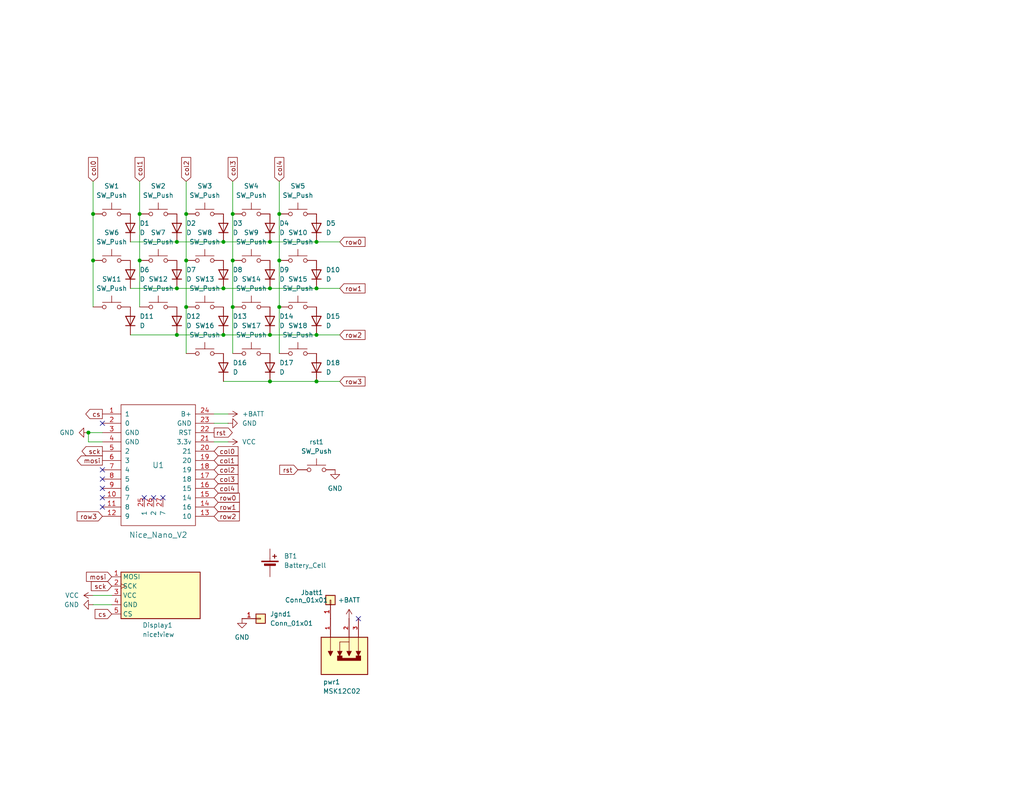
<source format=kicad_sch>
(kicad_sch (version 20231120) (generator "eeschema") (generator_version "8.0")
  (paper "USLetter")
  (title_block (title "LowKey36 Left") (date "2024-11-16") (rev "1.2") (company "mattgilbert.co") (comment 1 "Matt Gilbert"))
  (lib_symbols
    (symbol "Connector_Generic:Conn_01x01" (pin_names (offset 1.016) hide)
      (property "Reference" "J" (at 0 2.54 0))
      (property "Value" "Conn_01x01" (at 0 -2.54 0))
      (symbol "Conn_01x01_1_1"
        (rectangle (start -1.27 0.127) (end 0 -0.127) (stroke (width 0.1524)))
        (rectangle (start -1.27 1.27) (end 1.27 -1.27) (stroke (width 0.254)) (fill (type background)))
        (pin passive line (at -5.08 0 0) (length 3.81) (name "Pin_1") (number "1"))
      )
    )
    (symbol "Device:Battery_Cell" (pin_numbers hide) (pin_names (offset 0) hide)
      (property "Reference" "BT" (at 2.54 2.54 0))
      (property "Value" "Battery_Cell" (at 2.54 0 0))
      (symbol "Battery_Cell_0_1"
        (rectangle (start -2.286 1.778) (end 2.286 1.524) (fill (type outline)))
        (rectangle (start -1.524 1.016) (end 1.524 0.508) (fill (type outline)))
        (polyline (pts (xy 0 0.762) (xy 0 0)))
        (polyline (pts (xy 0 1.778) (xy 0 2.54)))
        (polyline (pts (xy 0.762 3.048) (xy 1.778 3.048)) (stroke (width 0.254)))
        (polyline (pts (xy 1.27 3.556) (xy 1.27 2.54)) (stroke (width 0.254)))
      )
      (symbol "Battery_Cell_1_1"
        (pin passive line (at 0 5.08 270) (length 2.54) (name "+") (number "1"))
        (pin passive line (at 0 -2.54 90) (length 2.54) (name "-") (number "2"))
      )
    )
    (symbol "Device:D" (pin_numbers hide) (pin_names (offset 1.016) hide)
      (property "Reference" "D" (at 0 2.54 0))
      (property "Value" "D" (at 0 -2.54 0))
      (symbol "D_0_1"
        (polyline (pts (xy -1.27 1.27) (xy -1.27 -1.27)) (stroke (width 0.254)))
        (polyline (pts (xy 1.27 0) (xy -1.27 0)))
        (polyline (pts (xy 1.27 1.27) (xy 1.27 -1.27) (xy -1.27 0) (xy 1.27 1.27)) (stroke (width 0.254)))
      )
      (symbol "D_1_1"
        (pin passive line (at -3.81 0 0) (length 2.54) (name "K") (number "1"))
        (pin passive line (at 3.81 0 180) (length 2.54) (name "A") (number "2"))
      )
    )
    (symbol "SSSS811101:SSSS811101" (pin_names (offset 1.016))
      (property "Reference" "S" (at -5.08 5.715 0))
      (property "Value" "SSSS811101" (at -5.08 -10.16 0))
      (symbol "SSSS811101_0_0"
        (rectangle (start -5.08 -7.62) (end 5.08 5.08) (stroke (width 0.254)) (fill (type background)))
        (polyline (pts (xy 3.81 -2.54) (xy 1.27 -2.54)) (stroke (width 0.1524)))
        (polyline (pts (xy 3.81 0) (xy 1.27 0)) (stroke (width 0.1524)))
        (polyline (pts (xy 3.81 0) (xy 3.81 -2.54)) (stroke (width 0.1524)))
        (polyline (pts (xy 5.08 -5.08) (xy 1.27 -5.08)) (stroke (width 0.1524)))
        (polyline (pts (xy 5.08 -2.54) (xy 3.81 -2.54)) (stroke (width 0.1524)))
        (polyline (pts (xy 5.08 2.54) (xy 1.27 2.54)) (stroke (width 0.1524)))
        (polyline (pts (xy 1.27 -5.715) (xy 1.27 -4.445) (xy 0 -5.08) (xy 1.27 -5.715)) (stroke (width 0.1524)) (fill (type outline)))
        (polyline (pts (xy 1.27 -3.175) (xy 1.27 -1.905) (xy 0 -2.54) (xy 1.27 -3.175)) (stroke (width 0.1524)) (fill (type outline)))
        (polyline (pts (xy 1.27 -0.635) (xy 1.27 0.635) (xy 0 0) (xy 1.27 -0.635)) (stroke (width 0.1524)) (fill (type outline)))
        (polyline (pts (xy 1.27 1.905) (xy 1.27 3.175) (xy 0 2.54) (xy 1.27 1.905)) (stroke (width 0.1524)) (fill (type outline)))
        (polyline (pts (xy 0 -4.445) (xy 0 -5.715) (xy -1.27 -5.715) (xy -1.27 0.635) (xy 0 0.635) (xy 0 -0.635) (xy -0.635 -0.635) (xy -0.635 -4.445) (xy 0 -4.445)) (stroke (width 0.1524)) (fill (type outline)))
        (pin passive line (at 10.16 2.54 180) (length 5.08) (name "~") (number "1"))
        (pin passive line (at 10.16 -2.54 180) (length 5.08) (name "~") (number "2"))
        (pin passive line (at 10.16 -5.08 180) (length 5.08) (name "~") (number "3"))
      )
    )
    (symbol "ScottoKeebs:MCU_Nice_Nano_V2" (pin_names (offset 1.016))
      (property "Reference" "U" (at 0 0 0))
      (property "Value" "Nice_Nano_V2" (at 0 -19.05 0))
      (symbol "MCU_Nice_Nano_V2_0_1"
        (rectangle (start -10.16 16.51) (end 10.16 -16.51))
      )
      (symbol "MCU_Nice_Nano_V2_1_1"
        (pin input line (at -15.24 13.97 0) (length 5.08) (name "1") (number "1"))
        (pin input line (at -15.24 -8.89 0) (length 5.08) (name "7") (number "10"))
        (pin input line (at -15.24 -11.43 0) (length 5.08) (name "8") (number "11"))
        (pin input line (at -15.24 -13.97 0) (length 5.08) (name "9") (number "12"))
        (pin input line (at 15.24 -13.97 180) (length 5.08) (name "10") (number "13"))
        (pin input line (at 15.24 -11.43 180) (length 5.08) (name "16") (number "14"))
        (pin input line (at 15.24 -8.89 180) (length 5.08) (name "14") (number "15"))
        (pin input line (at 15.24 -6.35 180) (length 5.08) (name "15") (number "16"))
        (pin input line (at 15.24 -3.81 180) (length 5.08) (name "18") (number "17"))
        (pin input line (at 15.24 -1.27 180) (length 5.08) (name "19") (number "18"))
        (pin input line (at 15.24 1.27 180) (length 5.08) (name "20") (number "19"))
        (pin input line (at -15.24 11.43 0) (length 5.08) (name "0") (number "2"))
        (pin input line (at 15.24 3.81 180) (length 5.08) (name "21") (number "20"))
        (pin input line (at 15.24 6.35 180) (length 5.08) (name "3.3v") (number "21"))
        (pin input line (at 15.24 8.89 180) (length 5.08) (name "RST") (number "22"))
        (pin input line (at 15.24 11.43 180) (length 5.08) (name "GND") (number "23"))
        (pin input line (at 15.24 13.97 180) (length 5.08) (name "B+") (number "24"))
        (pin input line (at -3.81 -8.89 270) (length 2.5) (name "1") (number "25"))
        (pin input line (at -1.27 -8.89 270) (length 2.5) (name "2") (number "26"))
        (pin input line (at 1.27 -8.89 270) (length 2.5) (name "7") (number "27"))
        (pin input line (at -15.24 8.89 0) (length 5.08) (name "GND") (number "3"))
        (pin input line (at -15.24 6.35 0) (length 5.08) (name "GND") (number "4"))
        (pin input line (at -15.24 3.81 0) (length 5.08) (name "2") (number "5"))
        (pin input line (at -15.24 1.27 0) (length 5.08) (name "3") (number "6"))
        (pin input line (at -15.24 -1.27 0) (length 5.08) (name "4") (number "7"))
        (pin input line (at -15.24 -3.81 0) (length 5.08) (name "5") (number "8"))
        (pin input line (at -15.24 -6.35 0) (length 5.08) (name "6") (number "9"))
      )
    )
    (symbol "Switch:SW_Push" (pin_numbers hide) (pin_names (offset 1.016) hide)
      (property "Reference" "SW" (at 1.27 2.54 0))
      (property "Value" "SW_Push" (at 0 -1.524 0))
      (symbol "SW_Push_0_1"
        (circle (center -2.032 0) (radius 0.508))
        (polyline (pts (xy 0 1.27) (xy 0 3.048)))
        (polyline (pts (xy 2.54 1.27) (xy -2.54 1.27)))
        (circle (center 2.032 0) (radius 0.508))
        (pin passive line (at -5.08 0 0) (length 2.54) (name "1") (number "1"))
        (pin passive line (at 5.08 0 180) (length 2.54) (name "2") (number "2"))
      )
    )
    (symbol "nice_view:nice!view"
      (property "Reference" "Display" (at 0 12.7 0))
      (property "Value" "nice!view" (at 0 0 0))
      (symbol "nice!view_0_1"
        (rectangle (start -6.35 11.43) (end 6.35 -10.16) (stroke (width 0.254)) (fill (type background)))
      )
      (symbol "nice!view_1_1"
        (pin input line (at -5.08 -12.7 90) (length 2.54) (name "MOSI") (number "1"))
        (pin input clock (at -2.54 -12.7 90) (length 2.54) (name "SCK") (number "2"))
        (pin power_in line (at 0 -12.7 90) (length 2.54) (name "VCC") (number "3"))
        (pin power_out line (at 2.54 -12.7 90) (length 2.54) (name "GND") (number "4"))
        (pin passive line (at 5.08 -12.7 90) (length 2.54) (name "CS") (number "5"))
      )
    )
    (symbol "power:+BATT" (power) (pin_numbers hide) (pin_names (offset 0) hide)
      (property "Value" "+BATT" (at 0 3.556 0))
      (symbol "+BATT_0_1"
        (polyline (pts (xy -0.762 1.27) (xy 0 2.54)))
        (polyline (pts (xy 0 0) (xy 0 2.54)))
        (polyline (pts (xy 0 2.54) (xy 0.762 1.27)))
      )
      (symbol "+BATT_1_1"
        (pin power_in line (at 0 0 90) (length 0) (name "~") (number "1"))
      )
    )
    (symbol "power:GND" (power) (pin_numbers hide) (pin_names (offset 0) hide)
      (property "Value" "GND" (at 0 -3.81 0))
      (symbol "GND_0_1"
        (polyline (pts (xy 0 0) (xy 0 -1.27) (xy 1.27 -1.27) (xy 0 -2.54) (xy -1.27 -1.27) (xy 0 -1.27)))
      )
      (symbol "GND_1_1"
        (pin power_in line (at 0 0 270) (length 0) (name "~") (number "1"))
      )
    )
    (symbol "power:VCC" (power) (pin_numbers hide) (pin_names (offset 0) hide)
      (property "Value" "VCC" (at 0 3.556 0))
      (symbol "VCC_0_1"
        (polyline (pts (xy -0.762 1.27) (xy 0 2.54)))
        (polyline (pts (xy 0 0) (xy 0 2.54)))
        (polyline (pts (xy 0 2.54) (xy 0.762 1.27)))
      )
      (symbol "VCC_1_1"
        (pin power_in line (at 0 0 90) (length 0) (name "~") (number "1"))
      )
    )
  )
  (junction (at 63.5 71.12))
  (junction (at 38.1 58.42))
  (junction (at 50.8 71.12))
  (junction (at 63.5 83.82))
  (junction (at 76.2 83.82))
  (junction (at 60.96 91.44))
  (junction (at 73.66 66.04))
  (junction (at 38.1 71.12))
  (junction (at 50.8 83.82))
  (junction (at 48.26 66.04))
  (junction (at 86.36 104.14))
  (junction (at 73.66 78.74))
  (junction (at 86.36 78.74))
  (junction (at 48.26 78.74))
  (junction (at 73.66 104.14))
  (junction (at 48.26 91.44))
  (junction (at 86.36 91.44))
  (junction (at 63.5 58.42))
  (junction (at 60.96 66.04))
  (junction (at 73.66 91.44))
  (junction (at 76.2 58.42))
  (junction (at 50.8 58.42))
  (junction (at 25.4 71.12))
  (junction (at 25.4 58.42))
  (junction (at 76.2 71.12))
  (junction (at 24.13 118.11))
  (junction (at 86.36 66.04))
  (junction (at 60.96 78.74))
  (no_connect (at 27.94 130.81))
  (no_connect (at 27.94 135.89))
  (no_connect (at 41.91 135.89))
  (no_connect (at 27.94 115.57))
  (no_connect (at 44.45 135.89))
  (no_connect (at 39.37 135.89))
  (no_connect (at 97.79 168.91))
  (no_connect (at 27.94 133.35))
  (no_connect (at 27.94 128.27))
  (no_connect (at 27.94 138.43))
  (wire (pts (xy 60.96 104.14) (xy 73.66 104.14)))
  (wire (pts (xy 63.5 58.42) (xy 63.5 71.12)))
  (wire (pts (xy 35.56 66.04) (xy 48.26 66.04)))
  (wire (pts (xy 50.8 83.82) (xy 50.8 96.52)))
  (wire (pts (xy 76.2 58.42) (xy 76.2 71.12)))
  (wire (pts (xy 86.36 91.44) (xy 92.71 91.44)))
  (wire (pts (xy 86.36 104.14) (xy 92.71 104.14)))
  (wire (pts (xy 60.96 66.04) (xy 73.66 66.04)))
  (wire (pts (xy 25.4 165.1) (xy 30.48 165.1)))
  (wire (pts (xy 25.4 49.53) (xy 25.4 58.42)))
  (wire (pts (xy 63.5 83.82) (xy 63.5 96.52)))
  (wire (pts (xy 25.4 162.56) (xy 30.48 162.56)))
  (wire (pts (xy 73.66 104.14) (xy 86.36 104.14)))
  (wire (pts (xy 25.4 71.12) (xy 25.4 83.82)))
  (wire (pts (xy 76.2 49.53) (xy 76.2 58.42)))
  (wire (pts (xy 27.94 120.65) (xy 24.13 120.65)))
  (wire (pts (xy 48.26 91.44) (xy 60.96 91.44)))
  (wire (pts (xy 76.2 71.12) (xy 76.2 83.82)))
  (wire (pts (xy 62.23 115.57) (xy 58.42 115.57)))
  (wire (pts (xy 60.96 78.74) (xy 73.66 78.74)))
  (wire (pts (xy 86.36 78.74) (xy 92.71 78.74)))
  (wire (pts (xy 24.13 120.65) (xy 24.13 118.11)))
  (wire (pts (xy 73.66 91.44) (xy 86.36 91.44)))
  (wire (pts (xy 86.36 66.04) (xy 92.71 66.04)))
  (wire (pts (xy 35.56 91.44) (xy 48.26 91.44)))
  (wire (pts (xy 50.8 58.42) (xy 50.8 71.12)))
  (wire (pts (xy 50.8 71.12) (xy 50.8 83.82)))
  (wire (pts (xy 62.23 120.65) (xy 58.42 120.65)))
  (wire (pts (xy 60.96 91.44) (xy 73.66 91.44)))
  (wire (pts (xy 38.1 71.12) (xy 38.1 83.82)))
  (wire (pts (xy 63.5 71.12) (xy 63.5 83.82)))
  (wire (pts (xy 35.56 78.74) (xy 48.26 78.74)))
  (wire (pts (xy 38.1 58.42) (xy 38.1 71.12)))
  (wire (pts (xy 48.26 66.04) (xy 60.96 66.04)))
  (wire (pts (xy 24.13 118.11) (xy 27.94 118.11)))
  (wire (pts (xy 50.8 49.53) (xy 50.8 58.42)))
  (wire (pts (xy 25.4 58.42) (xy 25.4 71.12)))
  (wire (pts (xy 73.66 78.74) (xy 86.36 78.74)))
  (wire (pts (xy 38.1 49.53) (xy 38.1 58.42)))
  (wire (pts (xy 48.26 78.74) (xy 60.96 78.74)))
  (wire (pts (xy 62.23 113.03) (xy 58.42 113.03)))
  (wire (pts (xy 73.66 66.04) (xy 86.36 66.04)))
  (wire (pts (xy 63.5 49.53) (xy 63.5 58.42)))
  (wire (pts (xy 76.2 83.82) (xy 76.2 96.52)))
  (global_label "row0" (shape input) (at 92.71 66.04 0) (property "Intersheetrefs" "${INTERSHEET_REFS}" (effects (hide yes))))
  (global_label "col2" (shape input) (at 50.8 49.53 90) (property "Intersheetrefs" "${INTERSHEET_REFS}" (effects (hide yes))))
  (global_label "col3" (shape input) (at 58.42 130.81 0) (property "Intersheetrefs" "${INTERSHEET_REFS}" (effects (hide yes))))
  (global_label "mosi" (shape input) (at 30.48 157.48 180) (property "Intersheetrefs" "${INTERSHEET_REFS}" (effects (hide yes))))
  (global_label "row0" (shape input) (at 58.42 135.89 0) (property "Intersheetrefs" "${INTERSHEET_REFS}" (effects (hide yes))))
  (global_label "mosi" (shape output) (at 27.94 125.73 180) (property "Intersheetrefs" "${INTERSHEET_REFS}" (effects (hide yes))))
  (global_label "row3" (shape input) (at 92.71 104.14 0) (property "Intersheetrefs" "${INTERSHEET_REFS}" (effects (hide yes))))
  (global_label "rst" (shape input) (at 81.28 128.27 180) (property "Intersheetrefs" "${INTERSHEET_REFS}" (effects (hide yes))))
  (global_label "sck" (shape input) (at 30.48 160.02 180) (property "Intersheetrefs" "${INTERSHEET_REFS}" (effects (hide yes))))
  (global_label "row2" (shape input) (at 58.42 140.97 0) (property "Intersheetrefs" "${INTERSHEET_REFS}" (effects (hide yes))))
  (global_label "cs" (shape output) (at 27.94 113.03 180) (property "Intersheetrefs" "${INTERSHEET_REFS}" (effects (hide yes))))
  (global_label "col0" (shape input) (at 58.42 123.19 0) (property "Intersheetrefs" "${INTERSHEET_REFS}" (effects (hide yes))))
  (global_label "col1" (shape input) (at 58.42 125.73 0) (property "Intersheetrefs" "${INTERSHEET_REFS}" (effects (hide yes))))
  (global_label "sck" (shape output) (at 27.94 123.19 180) (property "Intersheetrefs" "${INTERSHEET_REFS}" (effects (hide yes))))
  (global_label "row3" (shape input) (at 27.94 140.97 180) (property "Intersheetrefs" "${INTERSHEET_REFS}" (effects (hide yes))))
  (global_label "col4" (shape input) (at 76.2 49.53 90) (property "Intersheetrefs" "${INTERSHEET_REFS}" (effects (hide yes))))
  (global_label "cs" (shape input) (at 30.48 167.64 180) (property "Intersheetrefs" "${INTERSHEET_REFS}" (effects (hide yes))))
  (global_label "col2" (shape input) (at 58.42 128.27 0) (property "Intersheetrefs" "${INTERSHEET_REFS}" (effects (hide yes))))
  (global_label "col0" (shape input) (at 25.4 49.53 90) (property "Intersheetrefs" "${INTERSHEET_REFS}" (effects (hide yes))))
  (global_label "row1" (shape input) (at 58.42 138.43 0) (property "Intersheetrefs" "${INTERSHEET_REFS}" (effects (hide yes))))
  (global_label "col4" (shape input) (at 58.42 133.35 0) (property "Intersheetrefs" "${INTERSHEET_REFS}" (effects (hide yes))))
  (global_label "row1" (shape input) (at 92.71 78.74 0) (property "Intersheetrefs" "${INTERSHEET_REFS}" (effects (hide yes))))
  (global_label "rst" (shape output) (at 58.42 118.11 0) (property "Intersheetrefs" "${INTERSHEET_REFS}" (effects (hide yes))))
  (global_label "row2" (shape input) (at 92.71 91.44 0) (property "Intersheetrefs" "${INTERSHEET_REFS}" (effects (hide yes))))
  (global_label "col3" (shape input) (at 63.5 49.53 90) (property "Intersheetrefs" "${INTERSHEET_REFS}" (effects (hide yes))))
  (global_label "col1" (shape input) (at 38.1 49.53 90) (property "Intersheetrefs" "${INTERSHEET_REFS}" (effects (hide yes))))
  (symbol (lib_id "Connector_Generic:Conn_01x01") (at 71.12 168.91 0) (unit 1)
    (property "Reference" "Jgnd1" (at 73.66 167.6399 0) (effects (justify left)))
    (property "Value" "Conn_01x01" (at 73.66 170.1799 0) (effects (justify left)))
    (property "Footprint" "Connector_Wire:SolderWirePad_1x01_SMD_1x2mm" (effects (hide yes)))
    (property "Description" "Generic connector, single row, 01x01, script generated (kicad-library-utils/schlib/autogen/connector/)" (effects (hide yes)))
  )
  (symbol (lib_id "Switch:SW_Push") (at 30.48 58.42 0) (unit 1)
    (property "Reference" "SW1" (at 30.48 50.8 0))
    (property "Value" "SW_Push" (at 30.48 53.34 0))
    (property "Footprint" "PG1316S:CPG1316S01D02" (effects (hide yes)))
    (property "Description" "Push button switch, generic, two pins" (effects (hide yes)))
  )
  (symbol (lib_id "power:GND") (at 66.04 168.91 0) (unit 1)
    (property "Reference" "#PWR03" (effects (hide yes)))
    (property "Value" "GND" (at 66.04 173.99 0))
    (property "Description" "Power symbol creates a global label with name \"GND\" , ground" (effects (hide yes)))
  )
  (symbol (lib_id "power:VCC") (at 62.23 120.65 270) (unit 1)
    (property "Reference" "#PWR09" (effects (hide yes)))
    (property "Value" "VCC" (at 66.04 120.6499 90) (effects (justify left)))
    (property "Description" "Power symbol creates a global label with name \"VCC\"" (effects (hide yes)))
  )
  (symbol (lib_id "Device:D") (at 35.56 74.93 90) (unit 1)
    (property "Reference" "D6" (at 38.1 73.6599 90) (effects (justify right)))
    (property "Value" "D" (at 38.1 76.1999 90) (effects (justify right)))
    (property "Footprint" "Diode_SMD:D_SOD-123" (effects (hide yes)))
    (property "Description" "Diode" (effects (hide yes)))
    (property "Sim.Device" "D" (effects (hide yes)))
    (property "Sim.Pins" "1=K 2=A" (effects (hide yes)))
  )
  (symbol (lib_id "Switch:SW_Push") (at 30.48 83.82 0) (unit 1)
    (property "Reference" "SW11" (at 30.48 76.2 0))
    (property "Value" "SW_Push" (at 30.48 78.74 0))
    (property "Footprint" "PG1316S:CPG1316S01D02" (effects (hide yes)))
    (property "Description" "Push button switch, generic, two pins" (effects (hide yes)))
  )
  (symbol (lib_id "Switch:SW_Push") (at 55.88 83.82 0) (unit 1)
    (property "Reference" "SW13" (at 55.88 76.2 0))
    (property "Value" "SW_Push" (at 55.88 78.74 0))
    (property "Footprint" "PG1316S:CPG1316S01D02" (effects (hide yes)))
    (property "Description" "Push button switch, generic, two pins" (effects (hide yes)))
  )
  (symbol (lib_id "Device:D") (at 86.36 87.63 90) (unit 1)
    (property "Reference" "D15" (at 88.9 86.3599 90) (effects (justify right)))
    (property "Value" "D" (at 88.9 88.8999 90) (effects (justify right)))
    (property "Footprint" "Diode_SMD:D_SOD-123" (effects (hide yes)))
    (property "Description" "Diode" (effects (hide yes)))
    (property "Sim.Device" "D" (effects (hide yes)))
    (property "Sim.Pins" "1=K 2=A" (effects (hide yes)))
  )
  (symbol (lib_id "Device:Battery_Cell") (at 73.66 154.94 0) (unit 1) (on_board no)
    (property "Reference" "BT1" (at 77.47 151.8284 0) (effects (justify left)))
    (property "Value" "Battery_Cell" (at 77.47 154.3684 0) (effects (justify left)))
    (property "Description" "Single-cell battery" (effects (hide yes)))
  )
  (symbol (lib_id "Device:D") (at 86.36 62.23 90) (unit 1)
    (property "Reference" "D5" (at 88.9 60.9599 90) (effects (justify right)))
    (property "Value" "D" (at 88.9 63.4999 90) (effects (justify right)))
    (property "Footprint" "Diode_SMD:D_SOD-123" (effects (hide yes)))
    (property "Description" "Diode" (effects (hide yes)))
    (property "Sim.Device" "D" (effects (hide yes)))
    (property "Sim.Pins" "1=K 2=A" (effects (hide yes)))
  )
  (symbol (lib_id "Switch:SW_Push") (at 55.88 71.12 0) (unit 1)
    (property "Reference" "SW8" (at 55.88 63.5 0))
    (property "Value" "SW_Push" (at 55.88 66.04 0))
    (property "Footprint" "PG1316S:CPG1316S01D02" (effects (hide yes)))
    (property "Description" "Push button switch, generic, two pins" (effects (hide yes)))
  )
  (symbol (lib_id "Device:D") (at 60.96 62.23 90) (unit 1)
    (property "Reference" "D3" (at 63.5 60.9599 90) (effects (justify right)))
    (property "Value" "D" (at 63.5 63.4999 90) (effects (justify right)))
    (property "Footprint" "Diode_SMD:D_SOD-123" (effects (hide yes)))
    (property "Description" "Diode" (effects (hide yes)))
    (property "Sim.Device" "D" (effects (hide yes)))
    (property "Sim.Pins" "1=K 2=A" (effects (hide yes)))
  )
  (symbol (lib_id "Device:D") (at 48.26 62.23 90) (unit 1)
    (property "Reference" "D2" (at 50.8 60.9599 90) (effects (justify right)))
    (property "Value" "D" (at 50.8 63.4999 90) (effects (justify right)))
    (property "Footprint" "Diode_SMD:D_SOD-123" (effects (hide yes)))
    (property "Description" "Diode" (effects (hide yes)))
    (property "Sim.Device" "D" (effects (hide yes)))
    (property "Sim.Pins" "1=K 2=A" (effects (hide yes)))
  )
  (symbol (lib_id "Switch:SW_Push") (at 68.58 83.82 0) (unit 1)
    (property "Reference" "SW14" (at 68.58 76.2 0))
    (property "Value" "SW_Push" (at 68.58 78.74 0))
    (property "Footprint" "PG1316S:CPG1316S01D02" (effects (hide yes)))
    (property "Description" "Push button switch, generic, two pins" (effects (hide yes)))
  )
  (symbol (lib_id "Switch:SW_Push") (at 68.58 96.52 0) (unit 1)
    (property "Reference" "SW17" (at 68.58 88.9 0))
    (property "Value" "SW_Push" (at 68.58 91.44 0))
    (property "Footprint" "PG1316S:CPG1316S-1.5w" (effects (hide yes)))
    (property "Description" "Push button switch, generic, two pins" (effects (hide yes)))
  )
  (symbol (lib_id "Switch:SW_Push") (at 55.88 96.52 0) (unit 1)
    (property "Reference" "SW16" (at 55.88 88.9 0))
    (property "Value" "SW_Push" (at 55.88 91.44 0))
    (property "Footprint" "PG1316S:CPG1316S01D02" (effects (hide yes)))
    (property "Description" "Push button switch, generic, two pins" (effects (hide yes)))
  )
  (symbol (lib_id "Device:D") (at 73.66 74.93 90) (unit 1)
    (property "Reference" "D9" (at 76.2 73.6599 90) (effects (justify right)))
    (property "Value" "D" (at 76.2 76.1999 90) (effects (justify right)))
    (property "Footprint" "Diode_SMD:D_SOD-123" (effects (hide yes)))
    (property "Description" "Diode" (effects (hide yes)))
    (property "Sim.Device" "D" (effects (hide yes)))
    (property "Sim.Pins" "1=K 2=A" (effects (hide yes)))
  )
  (symbol (lib_id "Switch:SW_Push") (at 81.28 58.42 0) (unit 1)
    (property "Reference" "SW5" (at 81.28 50.8 0))
    (property "Value" "SW_Push" (at 81.28 53.34 0))
    (property "Footprint" "PG1316S:CPG1316S01D02" (effects (hide yes)))
    (property "Description" "Push button switch, generic, two pins" (effects (hide yes)))
  )
  (symbol (lib_id "Device:D") (at 35.56 62.23 90) (unit 1)
    (property "Reference" "D1" (at 38.1 60.9599 90) (effects (justify right)))
    (property "Value" "D" (at 38.1 63.4999 90) (effects (justify right)))
    (property "Footprint" "Diode_SMD:D_SOD-123" (effects (hide yes)))
    (property "Description" "Diode" (effects (hide yes)))
    (property "Sim.Device" "D" (effects (hide yes)))
    (property "Sim.Pins" "1=K 2=A" (effects (hide yes)))
  )
  (symbol (lib_id "Device:D") (at 60.96 87.63 90) (unit 1)
    (property "Reference" "D13" (at 63.5 86.3599 90) (effects (justify right)))
    (property "Value" "D" (at 63.5 88.8999 90) (effects (justify right)))
    (property "Footprint" "Diode_SMD:D_SOD-123" (effects (hide yes)))
    (property "Description" "Diode" (effects (hide yes)))
    (property "Sim.Device" "D" (effects (hide yes)))
    (property "Sim.Pins" "1=K 2=A" (effects (hide yes)))
  )
  (symbol (lib_id "Switch:SW_Push") (at 30.48 71.12 0) (unit 1)
    (property "Reference" "SW6" (at 30.48 63.5 0))
    (property "Value" "SW_Push" (at 30.48 66.04 0))
    (property "Footprint" "PG1316S:CPG1316S01D02" (effects (hide yes)))
    (property "Description" "Push button switch, generic, two pins" (effects (hide yes)))
  )
  (symbol (lib_id "Device:D") (at 73.66 87.63 90) (unit 1)
    (property "Reference" "D14" (at 76.2 86.3599 90) (effects (justify right)))
    (property "Value" "D" (at 76.2 88.8999 90) (effects (justify right)))
    (property "Footprint" "Diode_SMD:D_SOD-123" (effects (hide yes)))
    (property "Description" "Diode" (effects (hide yes)))
    (property "Sim.Device" "D" (effects (hide yes)))
    (property "Sim.Pins" "1=K 2=A" (effects (hide yes)))
  )
  (symbol (lib_id "Device:D") (at 73.66 62.23 90) (unit 1)
    (property "Reference" "D4" (at 76.2 60.9599 90) (effects (justify right)))
    (property "Value" "D" (at 76.2 63.4999 90) (effects (justify right)))
    (property "Footprint" "Diode_SMD:D_SOD-123" (effects (hide yes)))
    (property "Description" "Diode" (effects (hide yes)))
    (property "Sim.Device" "D" (effects (hide yes)))
    (property "Sim.Pins" "1=K 2=A" (effects (hide yes)))
  )
  (symbol (lib_id "Switch:SW_Push") (at 68.58 71.12 0) (unit 1)
    (property "Reference" "SW9" (at 68.58 63.5 0))
    (property "Value" "SW_Push" (at 68.58 66.04 0))
    (property "Footprint" "PG1316S:CPG1316S01D02" (effects (hide yes)))
    (property "Description" "Push button switch, generic, two pins" (effects (hide yes)))
  )
  (symbol (lib_id "Switch:SW_Push") (at 43.18 71.12 0) (unit 1)
    (property "Reference" "SW7" (at 43.18 63.5 0))
    (property "Value" "SW_Push" (at 43.18 66.04 0))
    (property "Footprint" "PG1316S:CPG1316S01D02" (effects (hide yes)))
    (property "Description" "Push button switch, generic, two pins" (effects (hide yes)))
  )
  (symbol (lib_id "Switch:SW_Push") (at 43.18 58.42 0) (unit 1)
    (property "Reference" "SW2" (at 43.18 50.8 0))
    (property "Value" "SW_Push" (at 43.18 53.34 0))
    (property "Footprint" "PG1316S:CPG1316S01D02" (effects (hide yes)))
    (property "Description" "Push button switch, generic, two pins" (effects (hide yes)))
  )
  (symbol (lib_id "Device:D") (at 73.66 100.33 90) (unit 1)
    (property "Reference" "D17" (at 76.2 99.0599 90) (effects (justify right)))
    (property "Value" "D" (at 76.2 101.5999 90) (effects (justify right)))
    (property "Footprint" "Diode_SMD:D_SOD-123" (effects (hide yes)))
    (property "Description" "Diode" (effects (hide yes)))
    (property "Sim.Device" "D" (effects (hide yes)))
    (property "Sim.Pins" "1=K 2=A" (effects (hide yes)))
  )
  (symbol (lib_id "Switch:SW_Push") (at 55.88 58.42 0) (unit 1)
    (property "Reference" "SW3" (at 55.88 50.8 0))
    (property "Value" "SW_Push" (at 55.88 53.34 0))
    (property "Footprint" "PG1316S:CPG1316S01D02" (effects (hide yes)))
    (property "Description" "Push button switch, generic, two pins" (effects (hide yes)))
  )
  (symbol (lib_id "power:GND") (at 24.13 118.11 270) (unit 1)
    (property "Reference" "#PWR05" (effects (hide yes)))
    (property "Value" "GND" (at 20.32 118.1099 90) (effects (justify right)))
    (property "Description" "Power symbol creates a global label with name \"GND\" , ground" (effects (hide yes)))
  )
  (symbol (lib_id "Switch:SW_Push") (at 81.28 96.52 0) (unit 1)
    (property "Reference" "SW18" (at 81.28 88.9 0))
    (property "Value" "SW_Push" (at 81.28 91.44 0))
    (property "Footprint" "PG1316S:CPG1316S-1.5w" (effects (hide yes)))
    (property "Description" "Push button switch, generic, two pins" (effects (hide yes)))
  )
  (symbol (lib_id "power:+BATT") (at 62.23 113.03 270) (unit 1)
    (property "Reference" "#PWR01" (effects (hide yes)))
    (property "Value" "+BATT" (at 66.04 113.0299 90) (effects (justify left)))
    (property "Description" "Power symbol creates a global label with name \"+BATT\"" (effects (hide yes)))
  )
  (symbol (lib_id "Device:D") (at 86.36 74.93 90) (unit 1)
    (property "Reference" "D10" (at 88.9 73.6599 90) (effects (justify right)))
    (property "Value" "D" (at 88.9 76.1999 90) (effects (justify right)))
    (property "Footprint" "Diode_SMD:D_SOD-123" (effects (hide yes)))
    (property "Description" "Diode" (effects (hide yes)))
    (property "Sim.Device" "D" (effects (hide yes)))
    (property "Sim.Pins" "1=K 2=A" (effects (hide yes)))
  )
  (symbol (lib_id "Device:D") (at 86.36 100.33 90) (unit 1)
    (property "Reference" "D18" (at 88.9 99.0599 90) (effects (justify right)))
    (property "Value" "D" (at 88.9 101.5999 90) (effects (justify right)))
    (property "Footprint" "Diode_SMD:D_SOD-123" (effects (hide yes)))
    (property "Description" "Diode" (effects (hide yes)))
    (property "Sim.Device" "D" (effects (hide yes)))
    (property "Sim.Pins" "1=K 2=A" (effects (hide yes)))
  )
  (symbol (lib_id "power:GND") (at 25.4 165.1 270) (unit 1)
    (property "Reference" "#PWR08" (effects (hide yes)))
    (property "Value" "GND" (at 21.59 165.0999 90) (effects (justify right)))
    (property "Description" "Power symbol creates a global label with name \"GND\" , ground" (effects (hide yes)))
  )
  (symbol (lib_id "SSSS811101:SSSS811101") (at 92.71 179.07 90) (unit 1)
    (property "Reference" "pwr1" (at 88.138 186.182 90) (effects (justify right)))
    (property "Value" "MSK12C02" (at 88.138 188.722 90) (effects (justify right)))
    (property "Footprint" "SSSS811101:SW_SSSS811101" (effects (hide yes)))
    (property "MF" "ALPS" (effects (hide yes)))
    (property "MAXIMUM_PACKAGE_HEIGHT" "1.60 mm" (effects (hide yes)))
    (property "Package" "None" (effects (hide yes)))
    (property "Price" "None" (effects (hide yes)))
    (property "Check_prices" "https://www.snapeda.com/parts/SSSS811101/ALPS/view-part/?ref=eda" (effects (hide yes)))
    (property "STANDARD" "Manufacturer Recommendations" (effects (hide yes)))
    (property "PARTREV" "N/A" (effects (hide yes)))
    (property "SnapEDA_Link" "https://www.snapeda.com/parts/SSSS811101/ALPS/view-part/?ref=snap" (effects (hide yes)))
    (property "MP" "SSSS811101" (effects (hide yes)))
    (property "Purchase-URL" "https://www.snapeda.com/api/url_track_click_mouser/?unipart_id=430970&manufacturer=ALPS&part_name=SSSS811101&search_term=None" (effects (hide yes)))
    (property "Description_1" "\nSwitch Slide SP Side Slide 0.3A 5VDC 10000Cycles Gull Wing SMD T/R\n" (effects (hide yes)))
    (property "Availability" "In Stock" (effects (hide yes)))
    (property "MANUFACTURER" "ALPS" (effects (hide yes)))
  )
  (symbol (lib_id "Device:D") (at 48.26 74.93 90) (unit 1)
    (property "Reference" "D7" (at 50.8 73.6599 90) (effects (justify right)))
    (property "Value" "D" (at 50.8 76.1999 90) (effects (justify right)))
    (property "Footprint" "Diode_SMD:D_SOD-123" (effects (hide yes)))
    (property "Description" "Diode" (effects (hide yes)))
    (property "Sim.Device" "D" (effects (hide yes)))
    (property "Sim.Pins" "1=K 2=A" (effects (hide yes)))
  )
  (symbol (lib_id "Device:D") (at 48.26 87.63 90) (unit 1)
    (property "Reference" "D12" (at 50.8 86.3599 90) (effects (justify right)))
    (property "Value" "D" (at 50.8 88.8999 90) (effects (justify right)))
    (property "Footprint" "Diode_SMD:D_SOD-123" (effects (hide yes)))
    (property "Description" "Diode" (effects (hide yes)))
    (property "Sim.Device" "D" (effects (hide yes)))
    (property "Sim.Pins" "1=K 2=A" (effects (hide yes)))
  )
  (symbol (lib_id "Switch:SW_Push") (at 86.36 128.27 0) (unit 1)
    (property "Reference" "rst1" (at 86.36 120.65 0))
    (property "Value" "SW_Push" (at 86.36 123.19 0))
    (property "Footprint" "Button_Switch_SMD:Panasonic_EVQPUJ_EVQPUA" (effects (hide yes)))
    (property "Description" "Push button switch, generic, two pins" (effects (hide yes)))
  )
  (symbol (lib_id "Device:D") (at 60.96 74.93 90) (unit 1)
    (property "Reference" "D8" (at 63.5 73.6599 90) (effects (justify right)))
    (property "Value" "D" (at 63.5 76.1999 90) (effects (justify right)))
    (property "Footprint" "Diode_SMD:D_SOD-123" (effects (hide yes)))
    (property "Description" "Diode" (effects (hide yes)))
    (property "Sim.Device" "D" (effects (hide yes)))
    (property "Sim.Pins" "1=K 2=A" (effects (hide yes)))
  )
  (symbol (lib_id "Device:D") (at 35.56 87.63 90) (unit 1)
    (property "Reference" "D11" (at 38.1 86.3599 90) (effects (justify right)))
    (property "Value" "D" (at 38.1 88.8999 90) (effects (justify right)))
    (property "Footprint" "Diode_SMD:D_SOD-123" (effects (hide yes)))
    (property "Description" "Diode" (effects (hide yes)))
    (property "Sim.Device" "D" (effects (hide yes)))
    (property "Sim.Pins" "1=K 2=A" (effects (hide yes)))
  )
  (symbol (lib_id "power:GND") (at 91.44 128.27 0) (unit 1)
    (property "Reference" "#PWR010" (effects (hide yes)))
    (property "Value" "GND" (at 91.44 133.35 0))
    (property "Description" "Power symbol creates a global label with name \"GND\" , ground" (effects (hide yes)))
  )
  (symbol (lib_id "nice_view:nice!view") (at 43.18 162.56 270) (unit 1)
    (property "Reference" "Display1" (at 38.862 170.688 90) (effects (justify left)))
    (property "Value" "nice!view" (at 38.862 173.228 90) (effects (justify left)))
    (property "Footprint" "nice_view:nice_view" (effects (hide yes)))
    (property "Datasheet" "https://nicekeyboards.com/docs/nice-view/pinout-schematic" (effects (hide yes)))
    (property "Description" "Sharp LS011B7DH03 Memory in Pixel 160x68" (effects (hide yes)))
  )
  (symbol (lib_id "Connector_Generic:Conn_01x01") (at 90.17 163.83 90) (unit 1)
    (property "Reference" "Jbatt1" (at 82.042 161.798 90) (effects (justify right)))
    (property "Value" "Conn_01x01" (at 77.724 163.83 90) (effects (justify right)))
    (property "Footprint" "Connector_Wire:SolderWirePad_1x01_SMD_1x2mm" (effects (hide yes)))
    (property "Description" "Generic connector, single row, 01x01, script generated (kicad-library-utils/schlib/autogen/connector/)" (effects (hide yes)))
  )
  (symbol (lib_id "Switch:SW_Push") (at 68.58 58.42 0) (unit 1)
    (property "Reference" "SW4" (at 68.58 50.8 0))
    (property "Value" "SW_Push" (at 68.58 53.34 0))
    (property "Footprint" "PG1316S:CPG1316S01D02" (effects (hide yes)))
    (property "Description" "Push button switch, generic, two pins" (effects (hide yes)))
  )
  (symbol (lib_id "ScottoKeebs:MCU_Nice_Nano_V2") (at 43.18 127 0) (unit 1)
    (property "Reference" "U1" (at 43.18 127 0) (effects (font (size 1.524 1.524))))
    (property "Value" "Nice_Nano_V2" (at 43.18 146.05 0) (effects (font (size 1.524 1.524))))
    (property "Footprint" "ScottoKeebs_MCU:Nice_Nano_V2" (effects (hide yes)))
  )
  (symbol (lib_id "Switch:SW_Push") (at 81.28 71.12 0) (unit 1)
    (property "Reference" "SW10" (at 81.28 63.5 0))
    (property "Value" "SW_Push" (at 81.28 66.04 0))
    (property "Footprint" "PG1316S:CPG1316S01D02" (effects (hide yes)))
    (property "Description" "Push button switch, generic, two pins" (effects (hide yes)))
  )
  (symbol (lib_id "power:VCC") (at 25.4 162.56 90) (unit 1)
    (property "Reference" "#PWR07" (effects (hide yes)))
    (property "Value" "VCC" (at 21.59 162.5599 90) (effects (justify left)))
    (property "Description" "Power symbol creates a global label with name \"VCC\"" (effects (hide yes)))
  )
  (symbol (lib_id "Switch:SW_Push") (at 43.18 83.82 0) (unit 1)
    (property "Reference" "SW12" (at 43.18 76.2 0))
    (property "Value" "SW_Push" (at 43.18 78.74 0))
    (property "Footprint" "PG1316S:CPG1316S01D02" (effects (hide yes)))
    (property "Description" "Push button switch, generic, two pins" (effects (hide yes)))
  )
  (symbol (lib_id "power:GND") (at 62.23 115.57 90) (unit 1)
    (property "Reference" "#PWR04" (effects (hide yes)))
    (property "Value" "GND" (at 66.04 115.5699 90) (effects (justify right)))
    (property "Description" "Power symbol creates a global label with name \"GND\" , ground" (effects (hide yes)))
  )
  (symbol (lib_id "power:+BATT") (at 95.25 168.91 0) (unit 1)
    (property "Reference" "#PWR02" (effects (hide yes)))
    (property "Value" "+BATT" (at 95.25 163.83 0))
    (property "Description" "Power symbol creates a global label with name \"+BATT\"" (effects (hide yes)))
  )
  (symbol (lib_id "Device:D") (at 60.96 100.33 90) (unit 1)
    (property "Reference" "D16" (at 63.5 99.0599 90) (effects (justify right)))
    (property "Value" "D" (at 63.5 101.5999 90) (effects (justify right)))
    (property "Footprint" "Diode_SMD:D_SOD-123" (effects (hide yes)))
    (property "Description" "Diode" (effects (hide yes)))
    (property "Sim.Device" "D" (effects (hide yes)))
    (property "Sim.Pins" "1=K 2=A" (effects (hide yes)))
  )
  (symbol (lib_id "Switch:SW_Push") (at 81.28 83.82 0) (unit 1)
    (property "Reference" "SW15" (at 81.28 76.2 0))
    (property "Value" "SW_Push" (at 81.28 78.74 0))
    (property "Footprint" "PG1316S:CPG1316S01D02" (effects (hide yes)))
    (property "Description" "Push button switch, generic, two pins" (effects (hide yes)))
  )
)
</source>
